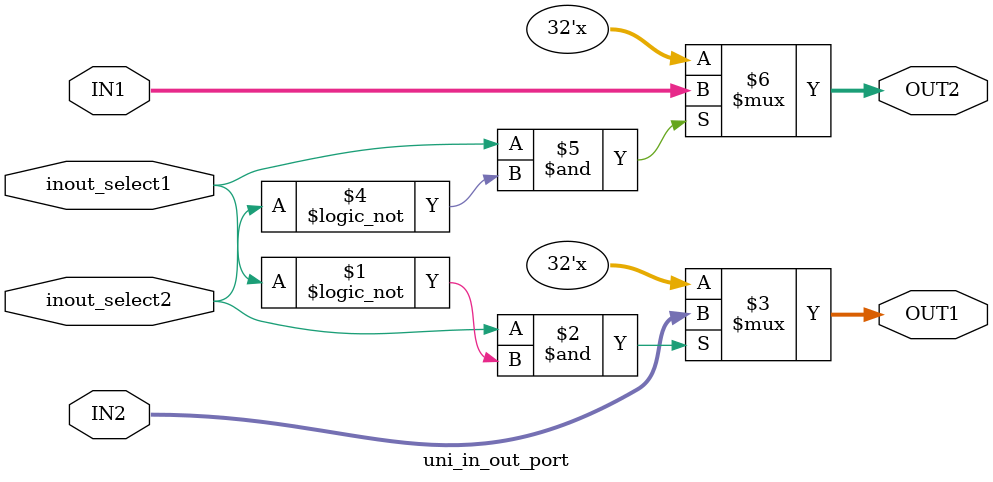
<source format=sv>
module uni_in_out_port(
  input logic inout_select1,
  input logic inout_select2,
  input logic [31:0] IN1,
  input logic [31:0] IN2,
  output logic [31:0] OUT1,
  output logic [31:0] OUT2
);
	assign OUT1 = (inout_select2 & !inout_select1) ? IN2:32'hzzzz_zzzz;
	assign OUT2 = (inout_select1 & !inout_select2) ? IN1:32'hzzzz_zzzz;		  
endmodule
</source>
